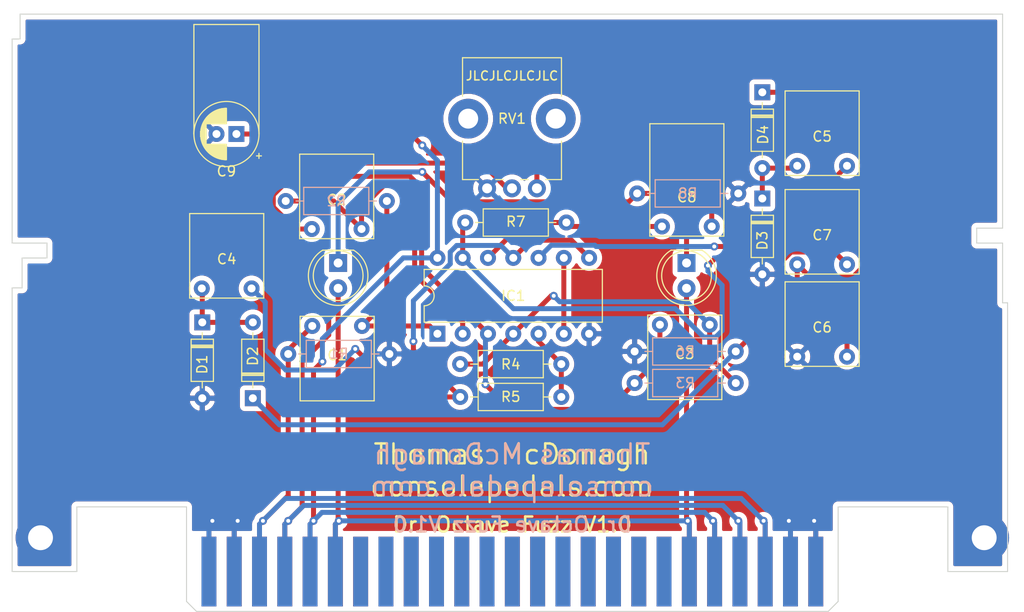
<source format=kicad_pcb>
(kicad_pcb (version 20171130) (host pcbnew "(5.1.7)-1")
  (layers (0 F.Cu signal) (31 B.Cu signal) (34 B.Paste user) (35 F.Paste user) (36 B.SilkS user) (37 F.SilkS user) (38 B.Mask user hide) (39 F.Mask user hide) (44 Edge.Cuts user))
  (net 0 "")
  (net 1 GND)
  (net 2 /LEDPower)
  (net 3 /Input)
  (net 4 /Output)
  (net 5 +9V)
  (net 6 /pin1)
  (net 7 /pin2)
  (net 8 /pin3)
  (net 9 /pin4)
  (net 10 "Net-(C4-Pad2)")
  (net 11 /pin11)
  (net 12 "Net-(C5-Pad2)")
  (net 13 /pin10)
  (net 14 "Net-(C6-Pad1)")
  (net 15 /pin13)
  (net 16 "Net-(C8-Pad1)")
  (net 17 /pin12)
  (net 18 "Net-(D5-Pad1)")
  (net 19 /pin6)
  (net 20 /pin5)
  (module Resistor_THT:R_Axial_DIN0207_L6.3mm_D2.5mm_P10.16mm_Horizontal (layer B.Cu) (at 155.448 88.011 180)
    (fp_text reference R8 (at 5.08 0) (layer B.SilkS) (effects (justify mirror)))
    (fp_text value RLED)
    (pad 1 thru_hole circle (at 0 0 180) (size 1.6 1.6) (drill 0.8) (layers *.Cu *.Mask) (net 1 GND))
    (pad 2 thru_hole oval (at 10.16 0 180) (size 1.6 1.6) (drill 0.8) (layers *.Cu *.Mask) (net 18 "Net-(D5-Pad1)"))
  )
  (module LED_THT:LED_D5.0mm (layer F.Cu) (at 115.25 95 270)
    (fp_text reference D5 hide)
    (fp_text value LED)
    (pad 1 thru_hole rect (at 0 0 270) (size 1.8 1.8) (drill 0.9) (layers *.Cu *.Mask) (net 18 "Net-(D5-Pad1)"))
    (pad 2 thru_hole circle (at 2.54 0 270) (size 1.8 1.8) (drill 0.9) (layers *.Cu *.Mask) (net 2 /LEDPower))
  )
  (module LED_THT:LED_D5.0mm (layer F.Cu) (at 150.25 95 270)
    (fp_text reference D6 hide)
    (fp_text value LED)
    (pad 2 thru_hole circle (at 2.54 0 270) (size 1.8 1.8) (drill 0.9) (layers *.Cu *.Mask) (net 2 /LEDPower))
    (pad 1 thru_hole rect (at 0 0 270) (size 1.8 1.8) (drill 0.9) (layers *.Cu *.Mask) (net 18 "Net-(D5-Pad1)"))
  )
  (module MountingHole:MountingHole_2.5mm_Pad (layer F.Cu) (at 85.35 122.6)
    (fp_text reference H1 hide)
    (fp_text value MountingHole_Pad)
    (pad 1 thru_hole circle (at 0 0) (size 5 5) (drill 2.5) (layers *.Cu *.Mask) (net 1 GND))
  )
  (module MountingHole:MountingHole_2.5mm_Pad (layer F.Cu) (at 180.15 122.6)
    (fp_text reference H2 hide)
    (fp_text value MountingHole_Pad)
    (pad 1 thru_hole circle (at 0 0) (size 5 5) (drill 2.5) (layers *.Cu *.Mask) (net 1 GND))
  )
  (module libraries:N64-Connector-Wide (layer F.Cu) (at 132.75 126)
    (fp_text reference J1 hide)
    (fp_text value Conn_02x25_Counter_Clockwise)
    (pad 50 connect rect (at 30.48 0) (size 1.5 7) (layers B.Cu B.Mask) (net 1 GND))
    (pad 49 connect rect (at 27.94 0) (size 1.5 7) (layers B.Cu B.Mask) (net 1 GND))
    (pad 48 connect rect (at 25.4 0) (size 1.5 7) (layers B.Cu B.Mask) (net 3 /Input))
    (pad 47 connect rect (at 22.86 0) (size 1.5 7) (layers B.Cu B.Mask) (net 4 /Output))
    (pad 46 connect rect (at 20.32 0) (size 1.5 7) (layers B.Cu B.Mask) (net 5 +9V))
    (pad 45 connect rect (at 17.78 0) (size 1.5 7) (layers B.Cu B.Mask) (net 2 /LEDPower))
    (pad 44 connect rect (at 15.24 0) (size 1.5 7) (layers B.Cu B.Mask))
    (pad 43 connect rect (at 12.7 0) (size 1.5 7) (layers B.Cu B.Mask))
    (pad 42 connect rect (at 10.16 0) (size 1.5 7) (layers B.Cu B.Mask))
    (pad 41 connect rect (at 7.62 0) (size 1.5 7) (layers B.Cu B.Mask))
    (pad 40 connect rect (at 5.08 0) (size 1.5 7) (layers B.Cu B.Mask))
    (pad 39 connect rect (at 2.54 0) (size 1.5 7) (layers B.Cu B.Mask))
    (pad 38 connect rect (at 0 0) (size 1.5 7) (layers B.Cu B.Mask))
    (pad 37 connect rect (at -2.54 0) (size 1.5 7) (layers B.Cu B.Mask))
    (pad 36 connect rect (at -5.08 0) (size 1.5 7) (layers B.Cu B.Mask))
    (pad 35 connect rect (at -7.62 0) (size 1.5 7) (layers B.Cu B.Mask))
    (pad 34 connect rect (at -10.16 0) (size 1.5 7) (layers B.Cu B.Mask))
    (pad 33 connect rect (at -12.7 0) (size 1.5 7) (layers B.Cu B.Mask))
    (pad 32 connect rect (at -15.24 0) (size 1.5 7) (layers B.Cu B.Mask))
    (pad 31 connect rect (at -17.78 0) (size 1.5 7) (layers B.Cu B.Mask) (net 2 /LEDPower))
    (pad 30 connect rect (at -20.32 0) (size 1.5 7) (layers B.Cu B.Mask) (net 5 +9V))
    (pad 29 connect rect (at -22.86 0) (size 1.5 7) (layers B.Cu B.Mask) (net 4 /Output))
    (pad 28 connect rect (at -25.4 0) (size 1.5 7) (layers B.Cu B.Mask) (net 3 /Input))
    (pad 27 connect rect (at -27.94 0) (size 1.5 7) (layers B.Cu B.Mask) (net 1 GND))
    (pad 26 connect rect (at -30.48 0) (size 1.5 7) (layers B.Cu B.Mask) (net 1 GND))
    (pad 25 connect rect (at 30.48 0) (size 1.5 7) (layers F.Cu F.Mask) (net 1 GND))
    (pad 24 connect rect (at 27.94 0) (size 1.5 7) (layers F.Cu F.Mask) (net 1 GND))
    (pad 23 connect rect (at 25.4 0) (size 1.5 7) (layers F.Cu F.Mask) (net 3 /Input))
    (pad 22 connect rect (at 22.86 0) (size 1.5 7) (layers F.Cu F.Mask) (net 4 /Output))
    (pad 21 connect rect (at 20.32 0) (size 1.5 7) (layers F.Cu F.Mask) (net 5 +9V))
    (pad 20 connect rect (at 17.78 0) (size 1.5 7) (layers F.Cu F.Mask) (net 2 /LEDPower))
    (pad 19 connect rect (at 15.24 0) (size 1.5 7) (layers F.Cu F.Mask))
    (pad 18 connect rect (at 12.7 0) (size 1.5 7) (layers F.Cu F.Mask))
    (pad 17 connect rect (at 10.16 0) (size 1.5 7) (layers F.Cu F.Mask))
    (pad 16 connect rect (at 7.62 0) (size 1.5 7) (layers F.Cu F.Mask))
    (pad 15 connect rect (at 5.08 0) (size 1.5 7) (layers F.Cu F.Mask))
    (pad 14 connect rect (at 2.54 0) (size 1.5 7) (layers F.Cu F.Mask))
    (pad 13 connect rect (at 0 0) (size 1.5 7) (layers F.Cu F.Mask))
    (pad 12 connect rect (at -2.54 0) (size 1.5 7) (layers F.Cu F.Mask))
    (pad 11 connect rect (at -5.08 0) (size 1.5 7) (layers F.Cu F.Mask))
    (pad 10 connect rect (at -7.62 0) (size 1.5 7) (layers F.Cu F.Mask))
    (pad 9 connect rect (at -10.16 0) (size 1.5 7) (layers F.Cu F.Mask))
    (pad 8 connect rect (at -12.7 0) (size 1.5 7) (layers F.Cu F.Mask))
    (pad 7 connect rect (at -15.24 0) (size 1.5 7) (layers F.Cu F.Mask))
    (pad 6 connect rect (at -17.78 0) (size 1.5 7) (layers F.Cu F.Mask) (net 2 /LEDPower))
    (pad 5 connect rect (at -20.32 0) (size 1.5 7) (layers F.Cu F.Mask) (net 5 +9V))
    (pad 4 connect rect (at -22.86 0) (size 1.5 7) (layers F.Cu F.Mask) (net 4 /Output))
    (pad 3 connect rect (at -25.4 0) (size 1.5 7) (layers F.Cu F.Mask) (net 3 /Input))
    (pad 2 connect rect (at -27.94 0) (size 1.5 7) (layers F.Cu F.Mask) (net 1 GND))
    (pad 1 connect rect (at -30.48 0) (size 1.5 7) (layers F.Cu F.Mask) (net 1 GND))
  )
  (module libraries:C_Flat_L7.2_H6.5 (layer F.Cu) (at 112.649 101.727)
    (fp_text reference C1 (at 2.5 2.54) (layer F.SilkS))
    (fp_text value 100nF)
    (pad 1 thru_hole circle (at 0 -0.4) (size 1.6 1.6) (drill 0.8) (layers *.Cu *.Mask) (net 3 /Input))
    (pad 2 thru_hole circle (at 5 -0.4) (size 1.6 1.6) (drill 0.8) (layers *.Cu *.Mask) (net 6 /pin1))
  )
  (module libraries:C_Flat_L7.2_H6.5 (layer F.Cu) (at 117.602 91.186 180)
    (fp_text reference C2 (at 2.5 2.54) (layer F.SilkS))
    (fp_text value 100nF)
    (pad 1 thru_hole circle (at 0 -0.4 180) (size 1.6 1.6) (drill 0.8) (layers *.Cu *.Mask) (net 7 /pin2))
    (pad 2 thru_hole circle (at 5 -0.4 180) (size 1.6 1.6) (drill 0.8) (layers *.Cu *.Mask) (net 8 /pin3))
  )
  (module libraries:C_Flat_L7.2_H6.5 (layer F.Cu) (at 147.574 101.6)
    (fp_text reference C3 (at 2.5 2.54) (layer F.SilkS))
    (fp_text value 22nF)
    (pad 1 thru_hole circle (at 0 -0.4) (size 1.6 1.6) (drill 0.8) (layers *.Cu *.Mask) (net 8 /pin3))
    (pad 2 thru_hole circle (at 5 -0.4) (size 1.6 1.6) (drill 0.8) (layers *.Cu *.Mask) (net 9 /pin4))
  )
  (module libraries:C_Flat_L7.2_H6.5 (layer F.Cu) (at 106.553 97.155 180)
    (fp_text reference C4 (at 2.5 2.54) (layer F.SilkS))
    (fp_text value 10nF)
    (pad 2 thru_hole circle (at 5 -0.4 180) (size 1.6 1.6) (drill 0.8) (layers *.Cu *.Mask) (net 10 "Net-(C4-Pad2)"))
    (pad 1 thru_hole circle (at 0 -0.4 180) (size 1.6 1.6) (drill 0.8) (layers *.Cu *.Mask) (net 11 /pin11))
  )
  (module libraries:C_Flat_L7.2_H6.5 (layer F.Cu) (at 166.37 84.836 180)
    (fp_text reference C5 (at 2.5 2.54) (layer F.SilkS))
    (fp_text value 10nF)
    (pad 2 thru_hole circle (at 5 -0.4 180) (size 1.6 1.6) (drill 0.8) (layers *.Cu *.Mask) (net 12 "Net-(C5-Pad2)"))
    (pad 1 thru_hole circle (at 0 -0.4 180) (size 1.6 1.6) (drill 0.8) (layers *.Cu *.Mask) (net 13 /pin10))
  )
  (module libraries:C_Flat_L7.2_H6.5 (layer F.Cu) (at 166.37 104.013 180)
    (fp_text reference C6 (at 2.5 2.54) (layer F.SilkS))
    (fp_text value 1nF)
    (pad 2 thru_hole circle (at 5 -0.4 180) (size 1.6 1.6) (drill 0.8) (layers *.Cu *.Mask) (net 1 GND))
    (pad 1 thru_hole circle (at 0 -0.4 180) (size 1.6 1.6) (drill 0.8) (layers *.Cu *.Mask) (net 14 "Net-(C6-Pad1)"))
  )
  (module libraries:C_Flat_L7.2_H6.5 (layer F.Cu) (at 166.37 94.742 180)
    (fp_text reference C7 (at 2.5 2.54) (layer F.SilkS))
    (fp_text value 100nF)
    (pad 1 thru_hole circle (at 0 -0.4 180) (size 1.6 1.6) (drill 0.8) (layers *.Cu *.Mask) (net 15 /pin13))
    (pad 2 thru_hole circle (at 5 -0.4 180) (size 1.6 1.6) (drill 0.8) (layers *.Cu *.Mask) (net 14 "Net-(C6-Pad1)"))
  )
  (module libraries:C_Flat_L7.2_H10 (layer F.Cu) (at 152.781 90.932 180)
    (fp_text reference C8 (at 2.5 2.54) (layer F.SilkS))
    (fp_text value 1uF)
    (pad 1 thru_hole circle (at 0 -0.4 180) (size 1.6 1.6) (drill 0.8) (layers *.Cu *.Mask) (net 16 "Net-(C8-Pad1)"))
    (pad 2 thru_hole circle (at 5 -0.4 180) (size 1.6 1.6) (drill 0.8) (layers *.Cu *.Mask) (net 17 /pin12))
  )
  (module libraries:CP_Radial_D6.3mm_P2.00mm_L11.0mm (layer F.Cu) (at 105.029 82.042 180)
    (fp_text reference C9 (at 1 -3.75) (layer F.SilkS))
    (fp_text value 100uF)
    (pad 1 thru_hole rect (at 0 0 180) (size 1.6 1.6) (drill 0.8) (layers *.Cu *.Mask) (net 5 +9V))
    (pad 2 thru_hole circle (at 2 0 180) (size 1.6 1.6) (drill 0.8) (layers *.Cu *.Mask) (net 1 GND))
  )
  (module Diode_THT:D_DO-35_SOD27_P7.62mm_Horizontal (layer F.Cu) (at 101.6 100.965 270)
    (fp_text reference D1 (at 4.228999 0.007999 90) (layer F.SilkS))
    (fp_text value 1N4148)
    (pad 2 thru_hole oval (at 7.62 0 270) (size 1.6 1.6) (drill 0.8) (layers *.Cu *.Mask) (net 1 GND))
    (pad 1 thru_hole rect (at 0 0 270) (size 1.6 1.6) (drill 0.8) (layers *.Cu *.Mask) (net 10 "Net-(C4-Pad2)"))
  )
  (module Diode_THT:D_DO-35_SOD27_P7.62mm_Horizontal (layer F.Cu) (at 106.68 108.585 90)
    (fp_text reference D2 (at 4.228999 0.001999 90) (layer F.SilkS))
    (fp_text value 1N4148)
    (pad 1 thru_hole rect (at 0 0 90) (size 1.6 1.6) (drill 0.8) (layers *.Cu *.Mask) (net 14 "Net-(C6-Pad1)"))
    (pad 2 thru_hole oval (at 7.62 0 90) (size 1.6 1.6) (drill 0.8) (layers *.Cu *.Mask) (net 10 "Net-(C4-Pad2)"))
  )
  (module Diode_THT:D_DO-35_SOD27_P7.62mm_Horizontal (layer F.Cu) (at 157.861 88.519 270)
    (fp_text reference D3 (at 4.228999 -0.004001 90) (layer F.SilkS))
    (fp_text value 1N4148)
    (pad 2 thru_hole oval (at 7.62 0 270) (size 1.6 1.6) (drill 0.8) (layers *.Cu *.Mask) (net 1 GND))
    (pad 1 thru_hole rect (at 0 0 270) (size 1.6 1.6) (drill 0.8) (layers *.Cu *.Mask) (net 12 "Net-(C5-Pad2)"))
  )
  (module Diode_THT:D_DO-35_SOD27_P7.62mm_Horizontal (layer F.Cu) (at 157.861 77.851 270)
    (fp_text reference D4 (at 4.259999 -0.075001 90) (layer F.SilkS))
    (fp_text value 1N4148)
    (pad 1 thru_hole rect (at 0 0 270) (size 1.6 1.6) (drill 0.8) (layers *.Cu *.Mask) (net 14 "Net-(C6-Pad1)"))
    (pad 2 thru_hole oval (at 7.62 0 270) (size 1.6 1.6) (drill 0.8) (layers *.Cu *.Mask) (net 12 "Net-(C5-Pad2)"))
  )
  (module Package_DIP:DIP-14_W7.62mm (layer F.Cu) (at 125.222 102.108 90)
    (fp_text reference IC1 (at 3.81 7.62 180) (layer F.SilkS))
    (fp_text value CD4069UBE)
    (pad 1 thru_hole rect (at 0 0 90) (size 1.6 1.6) (drill 0.8) (layers *.Cu *.Mask) (net 6 /pin1))
    (pad 8 thru_hole oval (at 7.62 15.24 90) (size 1.6 1.6) (drill 0.8) (layers *.Cu *.Mask) (net 11 /pin11))
    (pad 2 thru_hole oval (at 0 2.54 90) (size 1.6 1.6) (drill 0.8) (layers *.Cu *.Mask) (net 7 /pin2))
    (pad 9 thru_hole oval (at 7.62 12.7 90) (size 1.6 1.6) (drill 0.8) (layers *.Cu *.Mask) (net 19 /pin6))
    (pad 3 thru_hole oval (at 0 5.08 90) (size 1.6 1.6) (drill 0.8) (layers *.Cu *.Mask) (net 8 /pin3))
    (pad 10 thru_hole oval (at 7.62 10.16 90) (size 1.6 1.6) (drill 0.8) (layers *.Cu *.Mask) (net 13 /pin10))
    (pad 4 thru_hole oval (at 0 7.62 90) (size 1.6 1.6) (drill 0.8) (layers *.Cu *.Mask) (net 9 /pin4))
    (pad 11 thru_hole oval (at 7.62 7.62 90) (size 1.6 1.6) (drill 0.8) (layers *.Cu *.Mask) (net 11 /pin11))
    (pad 5 thru_hole oval (at 0 10.16 90) (size 1.6 1.6) (drill 0.8) (layers *.Cu *.Mask) (net 20 /pin5))
    (pad 12 thru_hole oval (at 7.62 5.08 90) (size 1.6 1.6) (drill 0.8) (layers *.Cu *.Mask) (net 17 /pin12))
    (pad 6 thru_hole oval (at 0 12.7 90) (size 1.6 1.6) (drill 0.8) (layers *.Cu *.Mask) (net 19 /pin6))
    (pad 13 thru_hole oval (at 7.62 2.54 90) (size 1.6 1.6) (drill 0.8) (layers *.Cu *.Mask) (net 15 /pin13))
    (pad 7 thru_hole oval (at 0 15.24 90) (size 1.6 1.6) (drill 0.8) (layers *.Cu *.Mask) (net 1 GND))
    (pad 14 thru_hole oval (at 7.62 0 90) (size 1.6 1.6) (drill 0.8) (layers *.Cu *.Mask) (net 5 +9V))
  )
  (module Resistor_THT:R_Axial_DIN0207_L6.3mm_D2.5mm_P10.16mm_Horizontal (layer B.Cu) (at 110.236 104.14)
    (fp_text reference R1 (at 5.08 -0.027999) (layer B.SilkS) (effects (justify mirror)))
    (fp_text value 1M)
    (pad 1 thru_hole circle (at 0 0) (size 1.6 1.6) (drill 0.8) (layers *.Cu *.Mask) (net 3 /Input))
    (pad 2 thru_hole oval (at 10.16 0) (size 1.6 1.6) (drill 0.8) (layers *.Cu *.Mask) (net 1 GND))
  )
  (module Resistor_THT:R_Axial_DIN0207_L6.3mm_D2.5mm_P10.16mm_Horizontal (layer B.Cu) (at 120.142 88.773 180)
    (fp_text reference R2 (at 5.08 -0.013999) (layer B.SilkS) (effects (justify mirror)))
    (fp_text value 1M)
    (pad 2 thru_hole oval (at 10.16 0 180) (size 1.6 1.6) (drill 0.8) (layers *.Cu *.Mask) (net 7 /pin2))
    (pad 1 thru_hole circle (at 0 0 180) (size 1.6 1.6) (drill 0.8) (layers *.Cu *.Mask) (net 6 /pin1))
  )
  (module Resistor_THT:R_Axial_DIN0207_L6.3mm_D2.5mm_P10.16mm_Horizontal (layer B.Cu) (at 145.034 107.061)
    (fp_text reference R3 (at 5.08 0.000001) (layer B.SilkS) (effects (justify mirror)))
    (fp_text value 1M)
    (pad 1 thru_hole circle (at 0 0) (size 1.6 1.6) (drill 0.8) (layers *.Cu *.Mask) (net 8 /pin3))
    (pad 2 thru_hole oval (at 10.16 0) (size 1.6 1.6) (drill 0.8) (layers *.Cu *.Mask) (net 9 /pin4))
  )
  (module Resistor_THT:R_Axial_DIN0207_L6.3mm_D2.5mm_P10.16mm_Horizontal (layer F.Cu) (at 127.508 105.156)
    (fp_text reference R4 (at 5.08 0.026999) (layer F.SilkS))
    (fp_text value 100K)
    (pad 2 thru_hole oval (at 10.16 0) (size 1.6 1.6) (drill 0.8) (layers *.Cu *.Mask) (net 20 /pin5))
    (pad 1 thru_hole circle (at 0 0) (size 1.6 1.6) (drill 0.8) (layers *.Cu *.Mask) (net 9 /pin4))
  )
  (module Resistor_THT:R_Axial_DIN0207_L6.3mm_D2.5mm_P10.16mm_Horizontal (layer F.Cu) (at 137.668 108.458 180)
    (fp_text reference R5 (at 5.08 0.012999) (layer F.SilkS))
    (fp_text value 1M)
    (pad 1 thru_hole circle (at 0 0 180) (size 1.6 1.6) (drill 0.8) (layers *.Cu *.Mask) (net 20 /pin5))
    (pad 2 thru_hole oval (at 10.16 0 180) (size 1.6 1.6) (drill 0.8) (layers *.Cu *.Mask) (net 11 /pin11))
  )
  (module Resistor_THT:R_Axial_DIN0207_L6.3mm_D2.5mm_P10.16mm_Horizontal (layer B.Cu) (at 155.194 103.886 180)
    (fp_text reference R6 (at 5.08 0.001001) (layer B.SilkS) (effects (justify mirror)))
    (fp_text value 22K)
    (pad 1 thru_hole circle (at 0 0 180) (size 1.6 1.6) (drill 0.8) (layers *.Cu *.Mask) (net 14 "Net-(C6-Pad1)"))
    (pad 2 thru_hole oval (at 10.16 0 180) (size 1.6 1.6) (drill 0.8) (layers *.Cu *.Mask) (net 1 GND))
  )
  (module Resistor_THT:R_Axial_DIN0207_L6.3mm_D2.5mm_P10.16mm_Horizontal (layer F.Cu) (at 128.016 90.932)
    (fp_text reference R7 (at 5.08 -0.085001) (layer F.SilkS))
    (fp_text value 470K)
    (pad 2 thru_hole oval (at 10.16 0) (size 1.6 1.6) (drill 0.8) (layers *.Cu *.Mask) (net 17 /pin12))
    (pad 1 thru_hole circle (at 0 0) (size 1.6 1.6) (drill 0.8) (layers *.Cu *.Mask) (net 15 /pin13))
  )
  (module Potentiometer_THT:Potentiometer_Bourns_PTV09A-1_Single_Vertical (layer F.Cu) (at 135.215 87.5 90)
    (fp_text reference RV1 (at 7 -2.5 180) (layer F.SilkS))
    (fp_text value 1ML)
    (pad 3 thru_hole circle (at 0 -5 90) (size 1.8 1.8) (drill 1) (layers *.Cu *.Mask) (net 1 GND))
    (pad 2 thru_hole circle (at 0 -2.5 90) (size 1.8 1.8) (drill 1) (layers *.Cu *.Mask) (net 4 /Output))
    (pad 1 thru_hole circle (at 0 0 90) (size 1.8 1.8) (drill 1) (layers *.Cu *.Mask) (net 16 "Net-(C8-Pad1)"))
    (pad "" np_thru_hole circle (at 7 -6.9 90) (size 4 4) (drill 2) (layers *.Cu *.Mask))
    (pad "" np_thru_hole circle (at 7 1.9 90) (size 4 4) (drill 2) (layers *.Cu *.Mask))
  )
  (gr_text JLCJLCJLCJLC (at 132.715 76.2) (layer F.SilkS) (effects (font (size 0.9 0.9))))
  (gr_line (start 182 70) (end 83.3 70) (layer Edge.Cuts) (width 0.1))
  (gr_line (start 182 70) (end 182 91.5) (layer Edge.Cuts) (width 0.1))
  (gr_line (start 182 91.5) (end 179.4 91.5) (layer Edge.Cuts) (width 0.1))
  (gr_line (start 179.4 93) (end 179.4 91.5) (layer Edge.Cuts) (width 0.1))
  (gr_line (start 182 93) (end 179.4 93) (layer Edge.Cuts) (width 0.1))
  (gr_line (start 83.3 72.5) (end 83.3 70) (layer Edge.Cuts) (width 0.1))
  (gr_line (start 82.5 72.5) (end 83.3 72.5) (layer Edge.Cuts) (width 0.1))
  (gr_line (start 82.5 93) (end 82.5 72.5) (layer Edge.Cuts) (width 0.1))
  (gr_line (start 86 93) (end 82.5 93) (layer Edge.Cuts) (width 0.1))
  (gr_text "Dr. Octave Fuzz V1.0" (at 132.75 121.285) (layer B.SilkS) (effects (font (size 1.5 1.5) (thickness 0.25)) (justify mirror)))
  (gr_text "Dr. Octave Fuzz V1.0" (at 132.75 121.285) (layer F.SilkS) (effects (font (size 1.5 1.5) (thickness 0.25))))
  (gr_text "Thomas McDonagh\nconsolepedals.com" (at 132.715 115.824) (layer B.SilkS) (effects (font (size 2 2) (thickness 0.25)) (justify mirror)))
  (gr_text "Thomas McDonagh\nconsolepedals.com" (at 132.715 115.824) (layer F.SilkS) (effects (font (size 2 2) (thickness 0.25))))
  (gr_line (start 182 93) (end 182 99) (layer Edge.Cuts) (width 0.1))
  (gr_line (start 182.5 99) (end 182 99) (layer Edge.Cuts) (width 0.1))
  (gr_line (start 182.5 126) (end 182.5 99) (layer Edge.Cuts) (width 0.1))
  (gr_line (start 182.5 126) (end 176.5 126) (layer Edge.Cuts) (width 0.1))
  (gr_line (start 176.5 119.5) (end 176.5 126) (layer Edge.Cuts) (width 0.1))
  (gr_line (start 176.5 119.5) (end 165.48 119.5) (layer Edge.Cuts) (width 0.1))
  (gr_line (start 165.48 129) (end 165.48 119.5) (layer Edge.Cuts) (width 0.1))
  (gr_line (start 165.48 129) (end 164.48 130) (layer Edge.Cuts) (width 0.1))
  (gr_line (start 86 94.5) (end 86 93) (layer Edge.Cuts) (width 0.1))
  (gr_line (start 83.5 94.5) (end 86 94.5) (layer Edge.Cuts) (width 0.1))
  (gr_line (start 83.5 97.5) (end 83.5 94.5) (layer Edge.Cuts) (width 0.1))
  (gr_line (start 82.5 97.5) (end 83.5 97.5) (layer Edge.Cuts) (width 0.1))
  (gr_line (start 82.5 126) (end 82.5 97.5) (layer Edge.Cuts) (width 0.1))
  (gr_line (start 89 126) (end 82.5 126) (layer Edge.Cuts) (width 0.1))
  (gr_line (start 89 119.5) (end 89 126) (layer Edge.Cuts) (width 0.1))
  (gr_line (start 100.02 119.5) (end 89 119.5) (layer Edge.Cuts) (width 0.1))
  (gr_line (start 100.02 129) (end 100.02 119.5) (layer Edge.Cuts) (width 0.1))
  (gr_line (start 100.02 129) (end 101.02 130) (layer Edge.Cuts) (width 0.1))
  (gr_line (start 164.48 130) (end 101.02 130) (layer Edge.Cuts) (width 0.1))
  (via (at 102.616 120.904) (size 0.8) (drill 0.4) (layers F.Cu B.Cu) (net 1))
  (segment (start 102.27 121.25) (end 102.616 120.904) (width 0.5) (layer B.Cu) (net 1))
  (segment (start 102.27 126) (end 102.27 121.25) (width 0.5) (layer B.Cu) (net 1))
  (via (at 105.156 120.904) (size 0.8) (drill 0.4) (layers F.Cu B.Cu) (net 1))
  (segment (start 104.81 121.25) (end 105.156 120.904) (width 0.5) (layer B.Cu) (net 1))
  (segment (start 104.81 126) (end 104.81 121.25) (width 0.5) (layer B.Cu) (net 1))
  (via (at 160.528 120.904) (size 0.8) (drill 0.4) (layers F.Cu B.Cu) (net 1))
  (segment (start 160.69 121.066) (end 160.528 120.904) (width 0.5) (layer B.Cu) (net 1))
  (segment (start 160.69 126) (end 160.69 121.066) (width 0.5) (layer B.Cu) (net 1))
  (via (at 163.068 120.904) (size 0.8) (drill 0.4) (layers F.Cu B.Cu) (net 1))
  (segment (start 163.23 121.066) (end 163.068 120.904) (width 0.5) (layer B.Cu) (net 1))
  (segment (start 163.23 126) (end 163.23 121.066) (width 0.5) (layer B.Cu) (net 1))
  (segment (start 102.27 121.25) (end 102.616 120.904) (width 0.5) (layer F.Cu) (net 1))
  (segment (start 102.27 126) (end 102.27 121.25) (width 0.5) (layer F.Cu) (net 1))
  (segment (start 104.81 121.25) (end 105.156 120.904) (width 0.5) (layer F.Cu) (net 1))
  (segment (start 104.81 126) (end 104.81 121.25) (width 0.5) (layer F.Cu) (net 1))
  (segment (start 160.69 121.066) (end 160.528 120.904) (width 0.5) (layer F.Cu) (net 1))
  (segment (start 160.69 126) (end 160.69 121.066) (width 0.5) (layer F.Cu) (net 1))
  (segment (start 163.23 121.066) (end 163.068 120.904) (width 0.5) (layer F.Cu) (net 1))
  (segment (start 163.23 126) (end 163.23 121.066) (width 0.5) (layer F.Cu) (net 1))
  (via (at 115.316 120.904) (size 0.8) (drill 0.4) (layers F.Cu B.Cu) (net 2))
  (segment (start 114.97 121.25) (end 115.316 120.904) (width 0.5) (layer B.Cu) (net 2))
  (segment (start 114.97 126) (end 114.97 121.25) (width 0.5) (layer B.Cu) (net 2))
  (segment (start 150.53 121.066) (end 150.368 120.904) (width 0.5) (layer F.Cu) (net 2))
  (via (at 150.368 120.904) (size 0.8) (drill 0.4) (layers F.Cu B.Cu) (net 2))
  (segment (start 150.53 126) (end 150.53 121.066) (width 0.5) (layer F.Cu) (net 2))
  (segment (start 114.97 121.25) (end 115.316 120.904) (width 0.5) (layer F.Cu) (net 2))
  (segment (start 114.97 126) (end 114.97 121.25) (width 0.5) (layer F.Cu) (net 2))
  (segment (start 150.53 121.066) (end 150.368 120.904) (width 0.5) (layer B.Cu) (net 2))
  (segment (start 150.53 126) (end 150.53 121.066) (width 0.5) (layer B.Cu) (net 2))
  (segment (start 115.316 120.904) (end 150.368 120.904) (width 0.5) (layer B.Cu) (net 2))
  (segment (start 115.25 120.838) (end 115.316 120.904) (width 0.5) (layer F.Cu) (net 2))
  (segment (start 115.25 97.54) (end 115.25 120.838) (width 0.5) (layer F.Cu) (net 2))
  (segment (start 150.25 120.786) (end 150.368 120.904) (width 0.5) (layer F.Cu) (net 2))
  (segment (start 150.25 97.54) (end 150.25 120.786) (width 0.5) (layer F.Cu) (net 2))
  (via (at 107.696 120.904) (size 0.8) (drill 0.4) (layers F.Cu B.Cu) (net 3))
  (segment (start 107.35 121.25) (end 107.696 120.904) (width 0.5) (layer B.Cu) (net 3))
  (segment (start 107.35 126) (end 107.35 121.25) (width 0.5) (layer B.Cu) (net 3))
  (segment (start 107.35 121.25) (end 107.696 120.904) (width 0.5) (layer F.Cu) (net 3))
  (segment (start 107.35 126) (end 107.35 121.25) (width 0.5) (layer F.Cu) (net 3))
  (via (at 157.988 120.904) (size 0.8) (drill 0.4) (layers F.Cu B.Cu) (net 3))
  (segment (start 158.15 121.066) (end 157.988 120.904) (width 0.5) (layer B.Cu) (net 3))
  (segment (start 158.15 126) (end 158.15 121.066) (width 0.5) (layer B.Cu) (net 3))
  (segment (start 158.15 121.066) (end 157.988 120.904) (width 0.5) (layer F.Cu) (net 3))
  (segment (start 158.15 126) (end 158.15 121.066) (width 0.5) (layer F.Cu) (net 3))
  (segment (start 155.737979 118.653979) (end 157.988 120.904) (width 0.5) (layer B.Cu) (net 3))
  (segment (start 109.946021 118.653979) (end 155.737979 118.653979) (width 0.5) (layer B.Cu) (net 3))
  (segment (start 107.696 120.904) (end 109.946021 118.653979) (width 0.5) (layer B.Cu) (net 3))
  (segment (start 110.236 103.74) (end 112.649 101.327) (width 0.5) (layer F.Cu) (net 3))
  (segment (start 110.236 104.14) (end 110.236 103.74) (width 0.5) (layer F.Cu) (net 3))
  (segment (start 110.236 118.364) (end 107.696 120.904) (width 0.5) (layer F.Cu) (net 3))
  (segment (start 110.236 104.14) (end 110.236 118.364) (width 0.5) (layer F.Cu) (net 3))
  (via (at 110.236 120.904) (size 0.8) (drill 0.4) (layers F.Cu B.Cu) (net 4))
  (segment (start 109.89 121.25) (end 110.236 120.904) (width 0.5) (layer B.Cu) (net 4))
  (segment (start 109.89 126) (end 109.89 121.25) (width 0.5) (layer B.Cu) (net 4))
  (segment (start 155.61 126) (end 155.61 121.066) (width 0.5) (layer B.Cu) (net 4))
  (via (at 155.448 120.904) (size 0.8) (drill 0.4) (layers F.Cu B.Cu) (net 4))
  (segment (start 155.61 121.066) (end 155.448 120.904) (width 0.5) (layer B.Cu) (net 4))
  (segment (start 109.89 121.25) (end 110.236 120.904) (width 0.5) (layer F.Cu) (net 4))
  (segment (start 109.89 126) (end 109.89 121.25) (width 0.5) (layer F.Cu) (net 4))
  (segment (start 155.61 121.066) (end 155.448 120.904) (width 0.5) (layer F.Cu) (net 4))
  (segment (start 155.61 126) (end 155.61 121.066) (width 0.5) (layer F.Cu) (net 4))
  (segment (start 153.897989 119.353989) (end 155.448 120.904) (width 0.5) (layer B.Cu) (net 4))
  (segment (start 111.786011 119.353989) (end 153.897989 119.353989) (width 0.5) (layer B.Cu) (net 4))
  (segment (start 110.236 120.904) (end 111.786011 119.353989) (width 0.5) (layer B.Cu) (net 4))
  (segment (start 111.633 104.902) (end 111.633 119.507) (width 0.5) (layer F.Cu) (net 4))
  (segment (start 114.3 100.203) (end 114.3 102.235) (width 0.5) (layer F.Cu) (net 4))
  (segment (start 107.569 93.472) (end 114.3 100.203) (width 0.5) (layer F.Cu) (net 4))
  (segment (start 109.22 84.963) (end 107.569 86.614) (width 0.5) (layer F.Cu) (net 4))
  (segment (start 129.676002 84.963) (end 109.22 84.963) (width 0.5) (layer F.Cu) (net 4))
  (segment (start 111.633 119.507) (end 110.236 120.904) (width 0.5) (layer F.Cu) (net 4))
  (segment (start 114.3 102.235) (end 111.633 104.902) (width 0.5) (layer F.Cu) (net 4))
  (segment (start 107.569 86.614) (end 107.569 93.472) (width 0.5) (layer F.Cu) (net 4))
  (segment (start 132.213002 87.5) (end 129.676002 84.963) (width 0.5) (layer F.Cu) (net 4))
  (segment (start 132.715 87.5) (end 132.213002 87.5) (width 0.5) (layer F.Cu) (net 4))
  (via (at 112.776 120.904) (size 0.8) (drill 0.4) (layers F.Cu B.Cu) (net 5))
  (segment (start 112.43 121.25) (end 112.776 120.904) (width 0.5) (layer B.Cu) (net 5))
  (segment (start 112.43 126) (end 112.43 121.25) (width 0.5) (layer B.Cu) (net 5))
  (segment (start 153.07 121.066) (end 152.908 120.904) (width 0.5) (layer B.Cu) (net 5))
  (via (at 152.908 120.904) (size 0.8) (drill 0.4) (layers F.Cu B.Cu) (net 5))
  (segment (start 153.07 126) (end 153.07 121.066) (width 0.5) (layer B.Cu) (net 5))
  (segment (start 112.43 121.25) (end 112.776 120.904) (width 0.5) (layer F.Cu) (net 5))
  (segment (start 112.43 126) (end 112.43 121.25) (width 0.5) (layer F.Cu) (net 5))
  (segment (start 153.07 121.066) (end 152.908 120.904) (width 0.5) (layer F.Cu) (net 5))
  (segment (start 153.07 126) (end 153.07 121.066) (width 0.5) (layer F.Cu) (net 5))
  (segment (start 152.057999 120.053999) (end 152.908 120.904) (width 0.5) (layer B.Cu) (net 5))
  (segment (start 113.626001 120.053999) (end 152.057999 120.053999) (width 0.5) (layer B.Cu) (net 5))
  (segment (start 112.776 120.904) (end 113.626001 120.053999) (width 0.5) (layer B.Cu) (net 5))
  (via (at 113.665 104.902) (size 0.8) (drill 0.4) (layers F.Cu B.Cu) (net 5))
  (segment (start 112.776 105.791) (end 113.665 104.902) (width 0.5) (layer F.Cu) (net 5))
  (segment (start 112.776 120.904) (end 112.776 105.791) (width 0.5) (layer F.Cu) (net 5))
  (segment (start 113.665 104.902) (end 113.665 102.616) (width 0.5) (layer B.Cu) (net 5))
  (segment (start 121.793 94.488) (end 125.222 94.488) (width 0.5) (layer B.Cu) (net 5))
  (segment (start 113.665 102.616) (end 121.793 94.488) (width 0.5) (layer B.Cu) (net 5))
  (via (at 123.698 83.185) (size 0.8) (drill 0.4) (layers F.Cu B.Cu) (net 5))
  (segment (start 122.555 82.042) (end 123.698 83.185) (width 0.5) (layer F.Cu) (net 5))
  (segment (start 105.029 82.042) (end 122.555 82.042) (width 0.5) (layer F.Cu) (net 5))
  (segment (start 125.222 84.709) (end 125.222 94.488) (width 0.5) (layer B.Cu) (net 5))
  (segment (start 123.698 83.185) (end 125.222 84.709) (width 0.5) (layer B.Cu) (net 5))
  (segment (start 124.441 101.327) (end 125.222 102.108) (width 0.5) (layer F.Cu) (net 6))
  (segment (start 117.649 101.327) (end 124.441 101.327) (width 0.5) (layer F.Cu) (net 6))
  (segment (start 120.142 98.834) (end 117.649 101.327) (width 0.5) (layer F.Cu) (net 6))
  (segment (start 120.142 88.773) (end 120.142 98.834) (width 0.5) (layer F.Cu) (net 6))
  (segment (start 114.789 88.773) (end 109.982 88.773) (width 0.5) (layer F.Cu) (net 7))
  (segment (start 117.602 91.586) (end 114.789 88.773) (width 0.5) (layer F.Cu) (net 7))
  (segment (start 127.762 102.108) (end 127.762 100.965) (width 0.5) (layer F.Cu) (net 7))
  (segment (start 127.762 100.965) (end 122.936 96.139) (width 0.5) (layer F.Cu) (net 7))
  (segment (start 122.936 96.139) (end 122.936 87.757) (width 0.5) (layer F.Cu) (net 7))
  (segment (start 122.936 87.757) (end 122.174 86.995) (width 0.5) (layer F.Cu) (net 7))
  (segment (start 117.602 89.462998) (end 117.602 91.586) (width 0.5) (layer F.Cu) (net 7))
  (segment (start 120.069998 86.995) (end 117.602 89.462998) (width 0.5) (layer F.Cu) (net 7))
  (segment (start 122.174 86.995) (end 120.069998 86.995) (width 0.5) (layer F.Cu) (net 7))
  (segment (start 147.574 104.521) (end 147.574 101.2) (width 0.5) (layer F.Cu) (net 8))
  (segment (start 145.034 107.061) (end 147.574 104.521) (width 0.5) (layer F.Cu) (net 8))
  (via (at 130.048 107.188) (size 0.8) (drill 0.4) (layers F.Cu B.Cu) (net 8))
  (segment (start 132.568001 109.708001) (end 130.048 107.188) (width 0.5) (layer F.Cu) (net 8))
  (segment (start 142.386999 109.708001) (end 132.568001 109.708001) (width 0.5) (layer F.Cu) (net 8))
  (segment (start 145.034 107.061) (end 142.386999 109.708001) (width 0.5) (layer F.Cu) (net 8))
  (segment (start 130.048 102.362) (end 130.302 102.108) (width 0.5) (layer B.Cu) (net 8))
  (segment (start 130.048 107.188) (end 130.048 102.362) (width 0.5) (layer B.Cu) (net 8))
  (segment (start 108.731999 88.172999) (end 108.731999 89.373001) (width 0.5) (layer F.Cu) (net 8))
  (segment (start 110.944998 91.586) (end 112.602 91.586) (width 0.5) (layer F.Cu) (net 8))
  (segment (start 110.610008 86.29499) (end 108.731999 88.172999) (width 0.5) (layer F.Cu) (net 8))
  (segment (start 122.463953 86.29499) (end 110.610008 86.29499) (width 0.5) (layer F.Cu) (net 8))
  (segment (start 123.63601 87.467047) (end 122.463953 86.29499) (width 0.5) (layer F.Cu) (net 8))
  (segment (start 123.63601 95.44201) (end 123.63601 87.467047) (width 0.5) (layer F.Cu) (net 8))
  (segment (start 108.731999 89.373001) (end 110.944998 91.586) (width 0.5) (layer F.Cu) (net 8))
  (segment (start 130.302 102.108) (end 123.63601 95.44201) (width 0.5) (layer F.Cu) (net 8))
  (segment (start 152.574 104.441) (end 152.574 101.2) (width 0.5) (layer F.Cu) (net 9))
  (segment (start 155.194 107.061) (end 152.574 104.441) (width 0.5) (layer F.Cu) (net 9))
  (segment (start 129.794 105.156) (end 132.842 102.108) (width 0.5) (layer F.Cu) (net 9))
  (segment (start 127.508 105.156) (end 129.794 105.156) (width 0.5) (layer F.Cu) (net 9))
  (via (at 136.906 98.298) (size 0.8) (drill 0.4) (layers F.Cu B.Cu) (net 9))
  (segment (start 136.652 98.298) (end 136.906 98.298) (width 0.5) (layer F.Cu) (net 9))
  (segment (start 132.842 102.108) (end 136.652 98.298) (width 0.5) (layer F.Cu) (net 9))
  (segment (start 150.264001 98.890001) (end 152.574 101.2) (width 0.5) (layer B.Cu) (net 9))
  (segment (start 137.498001 98.890001) (end 150.264001 98.890001) (width 0.5) (layer B.Cu) (net 9))
  (segment (start 136.906 98.298) (end 137.498001 98.890001) (width 0.5) (layer B.Cu) (net 9))
  (segment (start 106.68 100.965) (end 101.6 100.965) (width 0.5) (layer F.Cu) (net 10))
  (segment (start 101.6 97.602) (end 101.553 97.555) (width 0.5) (layer F.Cu) (net 10))
  (segment (start 101.6 100.965) (end 101.6 97.602) (width 0.5) (layer F.Cu) (net 10))
  (segment (start 132.842 94.488) (end 134.62 92.71) (width 0.5) (layer F.Cu) (net 11))
  (segment (start 138.684 92.71) (end 140.462 94.488) (width 0.5) (layer F.Cu) (net 11))
  (segment (start 134.62 92.71) (end 138.684 92.71) (width 0.5) (layer F.Cu) (net 11))
  (via (at 116.967 103.632) (size 0.8) (drill 0.4) (layers F.Cu B.Cu) (net 11))
  (segment (start 121.793 108.458) (end 116.967 103.632) (width 0.5) (layer F.Cu) (net 11))
  (segment (start 127.508 108.458) (end 121.793 108.458) (width 0.5) (layer F.Cu) (net 11))
  (segment (start 107.930001 103.684003) (end 107.930001 98.932001) (width 0.5) (layer B.Cu) (net 11))
  (segment (start 109.997999 105.752001) (end 107.930001 103.684003) (width 0.5) (layer B.Cu) (net 11))
  (segment (start 107.930001 98.932001) (end 106.553 97.555) (width 0.5) (layer B.Cu) (net 11))
  (segment (start 114.846999 105.752001) (end 109.997999 105.752001) (width 0.5) (layer B.Cu) (net 11))
  (segment (start 116.967 103.632) (end 114.846999 105.752001) (width 0.5) (layer B.Cu) (net 11))
  (via (at 122.809 102.87) (size 0.8) (drill 0.4) (layers F.Cu B.Cu) (net 11))
  (segment (start 122.809 103.759) (end 122.809 102.87) (width 0.5) (layer F.Cu) (net 11))
  (segment (start 127.508 108.458) (end 122.809 103.759) (width 0.5) (layer F.Cu) (net 11))
  (segment (start 126.511999 93.887999) (end 127.161999 93.237999) (width 0.5) (layer B.Cu) (net 11))
  (segment (start 126.511999 95.088001) (end 126.511999 93.887999) (width 0.5) (layer B.Cu) (net 11))
  (segment (start 131.591999 93.237999) (end 132.842 94.488) (width 0.5) (layer B.Cu) (net 11))
  (segment (start 122.809 98.791) (end 126.511999 95.088001) (width 0.5) (layer B.Cu) (net 11))
  (segment (start 127.161999 93.237999) (end 131.591999 93.237999) (width 0.5) (layer B.Cu) (net 11))
  (segment (start 122.809 102.87) (end 122.809 98.791) (width 0.5) (layer B.Cu) (net 11))
  (segment (start 157.861 88.519) (end 157.861 85.471) (width 0.5) (layer F.Cu) (net 12))
  (segment (start 161.135 85.471) (end 161.37 85.236) (width 0.5) (layer F.Cu) (net 12))
  (segment (start 157.861 85.471) (end 161.135 85.471) (width 0.5) (layer F.Cu) (net 12))
  (via (at 153.035 93.345) (size 0.8) (drill 0.4) (layers F.Cu B.Cu) (net 13))
  (segment (start 158.261 93.345) (end 153.035 93.345) (width 0.5) (layer F.Cu) (net 13))
  (segment (start 166.37 85.236) (end 158.261 93.345) (width 0.5) (layer F.Cu) (net 13))
  (segment (start 136.652 93.218) (end 135.382 94.488) (width 0.5) (layer B.Cu) (net 13))
  (segment (start 141.042002 93.218) (end 136.652 93.218) (width 0.5) (layer B.Cu) (net 13))
  (segment (start 141.169002 93.345) (end 141.042002 93.218) (width 0.5) (layer B.Cu) (net 13))
  (segment (start 153.035 93.345) (end 141.169002 93.345) (width 0.5) (layer B.Cu) (net 13))
  (segment (start 166.37 100.142) (end 161.37 95.142) (width 0.5) (layer F.Cu) (net 14))
  (segment (start 166.37 104.413) (end 166.37 100.142) (width 0.5) (layer F.Cu) (net 14))
  (segment (start 161.37 97.71) (end 155.194 103.886) (width 0.5) (layer F.Cu) (net 14))
  (segment (start 161.37 95.142) (end 161.37 97.71) (width 0.5) (layer F.Cu) (net 14))
  (segment (start 157.861 77.851) (end 158.75 77.851) (width 0.5) (layer F.Cu) (net 14))
  (segment (start 165.1 77.851) (end 157.861 77.851) (width 0.5) (layer F.Cu) (net 14))
  (segment (start 170.561 83.312) (end 165.1 77.851) (width 0.5) (layer F.Cu) (net 14))
  (segment (start 170.561 92.801002) (end 170.561 83.312) (width 0.5) (layer F.Cu) (net 14))
  (segment (start 166.970001 96.392001) (end 170.561 92.801002) (width 0.5) (layer F.Cu) (net 14))
  (segment (start 162.620001 96.392001) (end 166.970001 96.392001) (width 0.5) (layer F.Cu) (net 14))
  (segment (start 161.37 95.142) (end 162.620001 96.392001) (width 0.5) (layer F.Cu) (net 14))
  (segment (start 106.68 108.585) (end 109.347 111.252) (width 0.5) (layer B.Cu) (net 14))
  (segment (start 147.828 111.252) (end 155.194 103.886) (width 0.5) (layer B.Cu) (net 14))
  (segment (start 109.347 111.252) (end 147.828 111.252) (width 0.5) (layer B.Cu) (net 14))
  (segment (start 127.762 91.186) (end 128.016 90.932) (width 0.5) (layer F.Cu) (net 15))
  (segment (start 127.762 94.488) (end 127.762 91.186) (width 0.5) (layer F.Cu) (net 15))
  (via (at 152.4 95.25) (size 0.8) (drill 0.4) (layers F.Cu B.Cu) (net 15))
  (segment (start 153.108001 94.541999) (end 152.4 95.25) (width 0.5) (layer F.Cu) (net 15))
  (segment (start 160.769999 93.891999) (end 160.119999 94.541999) (width 0.5) (layer F.Cu) (net 15))
  (segment (start 165.119999 93.891999) (end 160.769999 93.891999) (width 0.5) (layer F.Cu) (net 15))
  (segment (start 160.119999 94.541999) (end 153.108001 94.541999) (width 0.5) (layer F.Cu) (net 15))
  (segment (start 166.37 95.142) (end 165.119999 93.891999) (width 0.5) (layer F.Cu) (net 15))
  (segment (start 132.864011 99.590011) (end 127.762 94.488) (width 0.5) (layer B.Cu) (net 15))
  (segment (start 149.114009 99.590011) (end 132.864011 99.590011) (width 0.5) (layer B.Cu) (net 15))
  (segment (start 151.973999 102.450001) (end 149.114009 99.590011) (width 0.5) (layer B.Cu) (net 15))
  (segment (start 153.174001 102.450001) (end 151.973999 102.450001) (width 0.5) (layer B.Cu) (net 15))
  (segment (start 153.824001 101.800001) (end 153.174001 102.450001) (width 0.5) (layer B.Cu) (net 15))
  (segment (start 153.824001 97.239686) (end 153.824001 101.800001) (width 0.5) (layer B.Cu) (net 15))
  (segment (start 152.4 95.815685) (end 153.824001 97.239686) (width 0.5) (layer B.Cu) (net 15))
  (segment (start 152.4 95.25) (end 152.4 95.815685) (width 0.5) (layer B.Cu) (net 15))
  (segment (start 152.781 91.332) (end 152.781 88.392) (width 0.5) (layer F.Cu) (net 16))
  (segment (start 152.781 88.392) (end 149.606 85.217) (width 0.5) (layer F.Cu) (net 16))
  (segment (start 135.215 85.892) (end 135.215 87.5) (width 0.5) (layer F.Cu) (net 16))
  (segment (start 135.89 85.217) (end 135.215 85.892) (width 0.5) (layer F.Cu) (net 16))
  (segment (start 149.606 85.217) (end 135.89 85.217) (width 0.5) (layer F.Cu) (net 16))
  (segment (start 138.576 91.332) (end 138.176 90.932) (width 0.5) (layer F.Cu) (net 17))
  (segment (start 147.781 91.332) (end 138.576 91.332) (width 0.5) (layer F.Cu) (net 17))
  (segment (start 133.858 90.932) (end 138.176 90.932) (width 0.5) (layer F.Cu) (net 17))
  (segment (start 130.302 94.488) (end 133.858 90.932) (width 0.5) (layer F.Cu) (net 17))
  (segment (start 150.25 95) (end 150.25 89.798) (width 0.5) (layer F.Cu) (net 18))
  (segment (start 148.463 88.011) (end 145.288 88.011) (width 0.5) (layer F.Cu) (net 18))
  (segment (start 150.25 89.798) (end 148.463 88.011) (width 0.5) (layer F.Cu) (net 18))
  (via (at 123.698 85.852) (size 0.8) (drill 0.4) (layers F.Cu B.Cu) (net 18))
  (segment (start 126.696001 88.850001) (end 123.698 85.852) (width 0.5) (layer F.Cu) (net 18))
  (segment (start 144.448999 88.850001) (end 126.696001 88.850001) (width 0.5) (layer F.Cu) (net 18))
  (segment (start 145.288 88.011) (end 144.448999 88.850001) (width 0.5) (layer F.Cu) (net 18))
  (segment (start 123.698 85.852) (end 118.364 85.852) (width 0.5) (layer B.Cu) (net 18))
  (segment (start 115.25 88.966) (end 115.25 95) (width 0.5) (layer B.Cu) (net 18))
  (segment (start 118.364 85.852) (end 115.25 88.966) (width 0.5) (layer B.Cu) (net 18))
  (segment (start 137.922 102.108) (end 137.922 94.488) (width 0.5) (layer F.Cu) (net 19))
  (segment (start 137.668 108.458) (end 137.668 105.156) (width 0.5) (layer F.Cu) (net 20))
  (segment (start 135.382 102.87) (end 137.668 105.156) (width 0.5) (layer F.Cu) (net 20))
  (segment (start 135.382 102.108) (end 135.382 102.87) (width 0.5) (layer F.Cu) (net 20))
  (zone (net 1) (net_name GND) (layer B.Cu) (connect_pads (clearance 0.5)) (min_thickness 0.254) (fill yes (arc_segments 32) (thermal_gap 0.508) (thermal_bridge_width 0.508))
    (polygon (pts (xy 184.15 127) (xy 175.26 127) (xy 175.26 120.65) (xy 166.37 120.65) (xy 166.37 121.92) (xy 99.06 121.92) (xy 99.06 120.65) (xy 90.17 120.65) (xy 90.17 127) (xy 81.28 127) (xy 81.28 68.58) (xy 184.15 68.58)))
  )
  (zone (net 1) (net_name GND) (layer F.Cu) (connect_pads (clearance 0.5)) (min_thickness 0.254) (fill yes (arc_segments 32) (thermal_gap 0.508) (thermal_bridge_width 0.508))
    (polygon (pts (xy 184.15 127) (xy 175.26 127) (xy 175.26 120.65) (xy 166.37 120.65) (xy 166.37 121.92) (xy 99.06 121.92) (xy 99.06 120.65) (xy 90.17 120.65) (xy 90.17 127) (xy 81.28 127) (xy 81.28 68.58) (xy 184.15 68.58)))
  )
)
</source>
